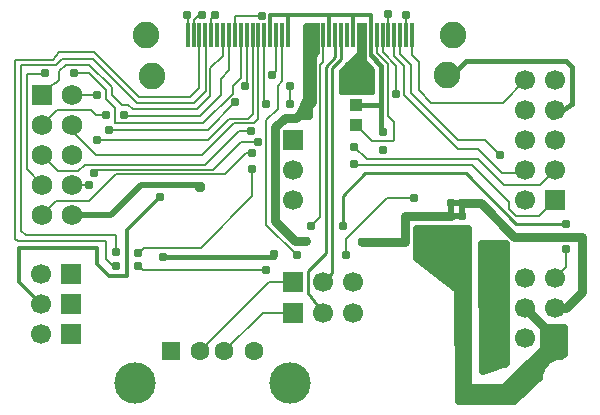
<source format=gbr>
G04 DipTrace 2.4.0.2*
%INBottom.gbr*%
%MOIN*%
%ADD13C,0.01*%
%ADD14C,0.0079*%
%ADD15C,0.02*%
%ADD16C,0.015*%
%ADD17C,0.012*%
%ADD18C,0.03*%
%ADD22C,0.025*%
%ADD28R,0.0689X0.0689*%
%ADD29C,0.0689*%
%ADD30R,0.0669X0.0669*%
%ADD31C,0.0669*%
%ADD32R,0.0126X0.0827*%
%ADD33C,0.0886*%
%ADD34R,0.063X0.063*%
%ADD35C,0.063*%
%ADD36C,0.1378*%
%ADD45R,0.0394X0.0433*%
%ADD48C,0.031*%
%ADD49C,0.037*%
%FSLAX44Y44*%
G04*
G70*
G90*
G75*
G01*
%LNBottom*%
%LPD*%
X15452Y16440D2*
D17*
Y17114D1*
X16040D1*
Y16442D1*
X16042Y16440D1*
X15452Y17114D2*
X14662D1*
Y16442D1*
X14664Y16440D1*
X12696D2*
Y17107D1*
X13280D1*
Y16447D1*
X13286Y16440D1*
X13280Y17107D2*
X14662Y17114D1*
X16042Y16440D2*
Y15757D1*
D16*
X16389Y15410D1*
Y14112D1*
Y13190D1*
D17*
X16440D1*
X17814Y9734D2*
D15*
Y9140D1*
X21187Y7336D2*
D18*
X22187Y6336D1*
X18583Y15093D2*
D16*
Y14912D1*
X19234Y15562D1*
X22560D1*
X22751Y15372D1*
Y14148D1*
X22070Y13699D1*
X22190Y13940D1*
X15560Y14115D2*
X16389D1*
X6090Y10440D2*
D15*
X7383D1*
X8397Y11454D1*
X10266D1*
X10360Y11359D1*
X17814Y9140D2*
X18253D1*
X18263Y9129D1*
X18724D1*
X19128D1*
Y4487D1*
X20338D1*
X22187Y6336D1*
X12816Y9126D2*
D16*
Y9047D1*
X9122D1*
X22190Y11940D2*
D14*
X21681Y11431D1*
X20475D1*
X19615Y12291D1*
X15930D1*
X15500Y12722D1*
X12102Y11979D2*
Y11057D1*
X10398Y9354D1*
X8473D1*
X8291Y9171D1*
X7557Y9199D2*
Y9769D1*
X4542D1*
X4393Y9918D1*
Y15449D1*
X5562D1*
X5755Y15643D1*
X6775D1*
X8240Y14178D1*
X10142D1*
X10536Y14572D1*
Y16434D1*
X10530Y16440D1*
X22190Y10940D2*
X21654Y10404D1*
X20879D1*
X20646Y10638D1*
Y10860D1*
X19415Y12091D1*
X15500D1*
Y12150D1*
X8280Y8732D2*
Y8766D1*
X8444Y8602D1*
X12529D1*
X12537Y8609D1*
X7562Y8724D2*
X7467D1*
X7214Y8976D1*
Y9556D1*
X4286D1*
X4202Y9639D1*
Y15614D1*
X5444D1*
X5657Y15867D1*
X6831D1*
X8323Y14376D1*
X10031D1*
X10334Y14678D1*
Y16440D1*
X14074D2*
D17*
Y15825D1*
X14271D1*
Y16440D1*
X13894Y9558D2*
D18*
X13528D1*
X12854Y10233D1*
Y13360D1*
X13182Y13688D1*
X13565D1*
X14074Y14197D1*
Y15825D1*
X15752Y9547D2*
X17183D1*
Y10401D1*
X18723D1*
X19089D2*
D15*
X18727D1*
X19092Y10841D2*
Y10837D1*
D18*
X19705D1*
X20824Y9718D1*
X23073D1*
Y7857D1*
X22552Y7336D1*
X22187D1*
X18727Y10841D2*
D15*
Y10406D1*
X18723Y10401D1*
X19092Y10837D2*
Y10404D1*
X18727Y10841D2*
X19088D1*
X19871Y6063D2*
D18*
X19889Y6046D1*
Y5630D1*
X20378Y6097D2*
X20392Y6083D1*
Y5629D1*
X19889Y5630D2*
Y9340D1*
X19886Y9343D1*
X20392Y9330D2*
Y5630D1*
Y5629D1*
X15166Y15135D2*
D17*
X15568D1*
X15573Y15129D1*
X15987D1*
X16008Y15108D1*
X15649Y16440D2*
Y15617D1*
X15166Y15135D1*
X15845Y16440D2*
Y15271D1*
X16008Y15108D1*
X15166Y15135D2*
D14*
Y14696D1*
X15160Y14690D1*
X15573Y15129D2*
Y14675D1*
X15574D1*
X16008Y15108D2*
Y14685D1*
X15995Y14671D1*
X15577D1*
X15574Y14675D2*
X15175D1*
X15160Y14690D1*
X16239Y16440D2*
Y15831D1*
X16603Y15467D1*
Y13754D1*
X16830Y13528D1*
Y12955D1*
X16787Y12912D1*
X16093D1*
X15560Y13445D1*
X17220Y17121D2*
X17223Y16440D1*
X17420D2*
Y15772D1*
X17650Y15543D1*
Y14636D1*
X17640Y14626D1*
Y14607D1*
X18059Y14187D1*
X20437D1*
X21190Y14940D1*
X16436Y16440D2*
Y15864D1*
X16878Y15421D1*
Y14483D1*
X16886Y14475D1*
X13089Y16440D2*
X13099D1*
Y14894D1*
X12945Y14741D1*
Y13985D1*
X12551Y13591D1*
Y10118D1*
X13576Y9092D1*
X15233Y9113D2*
Y9647D1*
X16589Y11003D1*
X17480D1*
X22187Y8336D2*
D13*
X22245D1*
Y8190D1*
X14467Y16440D2*
D14*
Y15551D1*
X14368Y15451D1*
Y10370D1*
X14061Y10063D1*
X15117Y10087D2*
D13*
Y11086D1*
X15856Y11825D1*
X19215D1*
X20901Y10138D1*
X22201D1*
X22187Y10123D1*
X22541D1*
X22542D1*
X22554Y9320D2*
D14*
Y8703D1*
X22187Y8336D1*
X5053Y7464D2*
D17*
X4314Y8203D1*
Y9323D1*
X6921D1*
Y8810D1*
X7314Y8417D1*
X7925D1*
Y9939D1*
X9023Y11037D1*
X16830Y16440D2*
D14*
Y15732D1*
X17167Y15394D1*
Y14444D1*
X18958Y12652D1*
X19613D1*
X20418Y11848D1*
X21098D1*
X21190Y11940D1*
X17026Y16440D2*
Y15798D1*
X17381Y15443D1*
Y14506D1*
X18945Y12942D1*
X19860D1*
X20362Y12440D1*
Y12448D1*
X14861Y16440D2*
D13*
Y15695D1*
X14537Y15371D1*
Y9158D1*
X13954Y8576D1*
Y7851D1*
X13943D1*
X14440Y7182D1*
X15058Y16440D2*
Y15630D1*
X14757Y15329D1*
Y8507D1*
X14440Y8190D1*
X13440Y7182D2*
D14*
X12436D1*
X11152Y5898D1*
X13440Y8190D2*
X12656D1*
X10365Y5898D1*
X9940Y16440D2*
Y17084D1*
X9919Y17105D1*
X10137Y16440D2*
Y16949D1*
X10404Y17217D1*
Y17102D1*
X10727Y16440D2*
Y16968D1*
X10864Y17105D1*
X5090Y14440D2*
X4907D1*
X5573Y14859D1*
X5668Y14930D1*
Y15225D1*
X5876Y15433D1*
X6664D1*
X7407Y14691D1*
Y14434D1*
X7736Y14104D1*
X7956D1*
X8125Y13965D1*
X10267D1*
X10694Y14392D1*
Y15324D1*
X11121Y15751D1*
Y16440D1*
X11318D2*
Y15256D1*
X11043Y14981D1*
Y14423D1*
X10358Y13738D1*
X7810D1*
Y13781D1*
X7230Y13766D2*
X6880D1*
X6703Y13943D1*
X5593D1*
X5090Y13440D1*
X12409Y17080D2*
X11515D1*
Y16440D1*
X12062Y13230D2*
X11639D1*
X10520Y12112D1*
X6507D1*
X6298Y11903D1*
X5627D1*
X5090Y12440D1*
X6160Y15159D2*
X6654D1*
X7216Y14597D1*
Y14317D1*
X7525Y14008D1*
Y13500D1*
X10464D1*
X11440Y14477D1*
Y14723D1*
X11711Y14995D1*
Y16440D1*
X5184Y15181D2*
Y15130D1*
X4571D1*
Y11959D1*
X5090Y11440D1*
X13355Y14147D2*
Y14728D1*
X12088Y12504D2*
X11895D1*
X11188Y11797D1*
X7539D1*
X6645Y10903D1*
X5553D1*
X5090Y10440D1*
X11839Y14728D2*
X11908Y14797D1*
Y16440D1*
X6930Y12940D2*
X10610D1*
X11324Y13653D1*
X11948D1*
X12105Y13811D1*
Y16440D1*
X6930Y14440D2*
X6090D1*
Y13440D2*
Y13244D1*
X6432Y12903D1*
X6422D1*
X6885Y12440D1*
X10425D1*
X11481Y13496D1*
X12145D1*
X12302Y13653D1*
Y16440D1*
X6820Y11846D2*
X6929Y11954D1*
X10786D1*
X11718Y12887D1*
X12276D1*
X12568Y14147D2*
X12499Y14216D1*
Y16440D1*
X12765Y15102D2*
X12893Y15230D1*
Y16440D1*
X7313Y13284D2*
X10624D1*
X11535Y14195D1*
X6663Y11440D2*
X6090D1*
X16633Y16440D2*
Y17119D1*
X16626Y17126D1*
D48*
X15166Y15135D3*
X16008Y15108D3*
X20392Y5629D3*
X19889Y5630D3*
X19092Y10837D3*
X17480Y11003D3*
X16886Y14475D3*
X19886Y9343D3*
X20392Y9330D3*
X9122Y9047D3*
X12816Y9126D3*
X17814Y9734D3*
Y9140D3*
X9023Y11037D3*
X16440Y13190D3*
X16453Y12592D3*
X16626Y17126D3*
X17220Y17121D3*
X15752Y9547D3*
X15117Y10087D3*
X14061Y10063D3*
X13894Y9558D3*
X20362Y12448D3*
X9919Y17105D3*
X10864D3*
X10404Y17102D3*
X22542Y10123D3*
X22554Y9320D3*
X15500Y12150D3*
Y12722D3*
X8291Y9171D3*
X12537Y8609D3*
X12102Y11979D3*
X8280Y8732D3*
X7557Y9199D3*
X7562Y8724D3*
X7810Y13781D3*
X7230Y13766D3*
X6160Y15159D3*
X5184Y15181D3*
X13576Y9092D3*
X15233Y9113D3*
X18723Y10401D3*
X19089D3*
X18727Y10841D3*
D49*
X10360Y11359D3*
D48*
X18263Y9129D3*
X18724D3*
X15573Y15129D3*
X12409Y17080D3*
X12062Y13230D3*
X11839Y14728D3*
X13355D3*
Y14147D3*
X12088Y12504D3*
X6930Y12940D3*
Y14440D3*
X12568Y14147D3*
X12276Y12887D3*
X6820Y11846D3*
X12765Y15102D3*
X11535Y14195D3*
X7313Y13284D3*
X6663Y11440D3*
X15160Y14690D3*
X15574Y14675D3*
X15995Y14671D3*
X15708Y16712D2*
D13*
X15785D1*
X15708Y16613D2*
X15785D1*
X15708Y16515D2*
X15785D1*
X15708Y16416D2*
X15785D1*
X15708Y16317D2*
X15785D1*
X15708Y16219D2*
X15785D1*
X15708Y16120D2*
X15785D1*
X15708Y16021D2*
X15785D1*
X15708Y15923D2*
X15785D1*
X15616Y15824D2*
X15782D1*
X15513Y15725D2*
X15776D1*
X15408Y15627D2*
X15809D1*
X15304Y15528D2*
X15895D1*
X15199Y15429D2*
X15993D1*
X15099Y15330D2*
X16093D1*
X15032Y15232D2*
X16120D1*
X15032Y15133D2*
X16120D1*
X15032Y15034D2*
X16120D1*
X15032Y14936D2*
X16120D1*
X15032Y14837D2*
X16120D1*
X15032Y14738D2*
X16120D1*
X15032Y14640D2*
X16120D1*
X15032Y14541D2*
X16120D1*
X15699Y16811D2*
Y15843D1*
X15625D1*
X15235Y15472D1*
X15047Y15287D1*
X15023Y15264D1*
X15021Y14500D1*
X15179D1*
Y14515D1*
X15941D1*
Y14501D1*
X16129Y14500D1*
X16130Y15304D1*
X15859Y15574D1*
X15827Y15612D1*
X15804Y15656D1*
X15789Y15704D1*
X15783Y15753D1*
X15787Y15803D1*
X15798Y15841D1*
X15795Y15843D1*
Y16810D1*
X15697Y16811D1*
X17615Y9708D2*
D22*
X19257D1*
X17615Y9460D2*
X19257D1*
X17615Y9211D2*
X19257D1*
X17685Y8962D2*
X19257D1*
X18006Y8714D2*
X19253D1*
X18326Y8465D2*
X19253D1*
X18650Y8216D2*
X19253D1*
X18967Y7968D2*
X19253D1*
X18994Y7719D2*
X19253D1*
X18994Y7470D2*
X19253D1*
X18994Y7222D2*
X19253D1*
X18994Y6973D2*
X19253D1*
X18994Y6724D2*
X19253D1*
X18994Y6476D2*
X19253D1*
X21850D2*
X22456D1*
X18994Y6227D2*
X19253D1*
X21850D2*
X22456D1*
X18994Y5978D2*
X19249D1*
X21834D2*
X22452D1*
X18994Y5729D2*
X19249D1*
X21592D2*
X22253D1*
X18994Y5481D2*
X19249D1*
X21338D2*
X21815D1*
X18994Y5232D2*
X19249D1*
X21084D2*
X21663D1*
X18994Y4983D2*
X19249D1*
X20830D2*
X21589D1*
X18994Y4735D2*
X19249D1*
X20576D2*
X21331D1*
X18994Y4486D2*
X21073D1*
X18994Y4237D2*
X20819D1*
X21638Y5004D2*
X21663Y5154D1*
X21705Y5272D1*
X21765Y5381D1*
X21841Y5480D1*
X21932Y5566D1*
X22035Y5637D1*
X22147Y5691D1*
X22267Y5727D1*
X22402Y5745D1*
X22477Y5820D1*
X22484Y6661D1*
X21823Y6660D1*
X21822Y6030D1*
X21786Y5944D1*
X20534Y4722D1*
X20450Y4687D1*
X19399D1*
X19293Y4748D1*
X19274Y4812D1*
X19281Y9957D1*
X17589D1*
X17588Y9016D1*
X18922Y7983D1*
X18968Y7906D1*
X18970Y4227D1*
X20833D1*
X21635Y5005D1*
X19786Y9216D2*
X20533D1*
X19786Y8967D2*
X20533D1*
X19786Y8718D2*
X20533D1*
X19786Y8470D2*
X20533D1*
X19786Y8221D2*
X20533D1*
X19790Y7972D2*
X20529D1*
X19790Y7723D2*
X20529D1*
X19790Y7475D2*
X20529D1*
X19790Y7226D2*
X20529D1*
X19790Y6977D2*
X20525D1*
X19790Y6729D2*
X20525D1*
X19794Y6480D2*
X20525D1*
X19794Y6231D2*
X20525D1*
X19794Y5983D2*
X20525D1*
X19794Y5734D2*
X20521D1*
X19794Y5485D2*
X20513D1*
X20556Y9464D2*
X19760D1*
X19770Y5242D1*
X20550Y5489D1*
X20548Y5896D1*
X20560Y9463D1*
X13934Y16466D2*
X14114D1*
X13934Y16218D2*
X14114D1*
X13934Y15969D2*
X14114D1*
X13934Y15720D2*
X14083D1*
X13778Y13980D2*
X13954D1*
X13664Y13731D2*
X13954D1*
X14139Y15766D2*
Y16719D1*
X13909Y16715D1*
X13903Y14315D1*
X13636Y13726D1*
X13977D1*
X13979Y15366D1*
X14006Y15491D1*
X14020Y15519D1*
X14037Y15621D1*
X14139Y15766D1*
D28*
X5090Y14440D3*
D29*
Y13440D3*
Y12440D3*
Y11440D3*
Y10440D3*
X6090D3*
Y11440D3*
Y12440D3*
Y13440D3*
Y14440D3*
D30*
X13468Y12941D3*
D31*
Y11941D3*
Y10941D3*
D30*
X22190Y10940D3*
D31*
X21190D3*
X22190Y11940D3*
X21190D3*
X22190Y12940D3*
X21190D3*
X22190Y13940D3*
X21190D3*
X22190Y14940D3*
X21190D3*
D30*
X6053Y6464D3*
D31*
X5053D3*
D32*
X9940Y16440D3*
X10137D3*
X10334D3*
X10530D3*
X10727D3*
X10924D3*
X11121D3*
X11318D3*
X11515D3*
X11711D3*
X11908D3*
X12105D3*
X12302D3*
X12499D3*
X12696D3*
X12893D3*
X13089D3*
X13286D3*
X14074D3*
X14271D3*
X14467D3*
X14664D3*
X14861D3*
X15058D3*
X15255D3*
X15452D3*
X15649D3*
X15845D3*
X16042D3*
X16239D3*
X16436D3*
X16633D3*
X16830D3*
X17026D3*
X17223D3*
X17420D3*
D33*
X8765Y15084D3*
X18790Y16440D3*
X18583Y15093D3*
X8555Y16440D3*
D34*
X9380Y5898D3*
D35*
X10365D3*
X11152D3*
X12136D3*
D36*
X8172Y4831D3*
X13345D3*
D30*
X13440Y7182D3*
D31*
X14440D3*
X15440D3*
D30*
X13440Y8190D3*
D31*
X14440D3*
X15440D3*
D30*
X6053Y7464D3*
D31*
X5053D3*
D30*
X6053Y8464D3*
D31*
X5053D3*
D30*
X22187Y6336D3*
D31*
X21187D3*
X22187Y7336D3*
X21187D3*
X22187Y8336D3*
X21187D3*
D45*
X15560Y14115D3*
Y13445D3*
M02*

</source>
